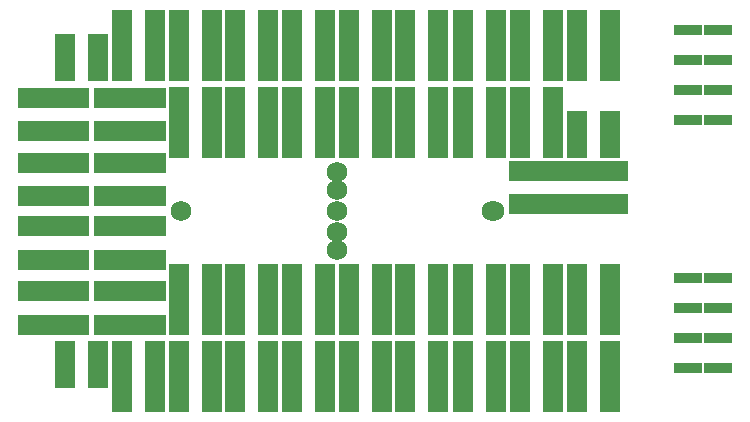
<source format=gts>
G04*
G04 #@! TF.GenerationSoftware,Altium Limited,Altium Designer,18.1.7 (191)*
G04*
G04 Layer_Color=8388736*
%FSLAX44Y44*%
%MOMM*%
G71*
G01*
G75*
%ADD15R,1.8032X2.0032*%
%ADD16R,2.0032X1.8032*%
%ADD17R,2.4932X0.9632*%
%ADD18C,1.7272*%
D15*
X-86000Y55000D02*
D03*
X-58000D02*
D03*
X-10000Y75000D02*
D03*
X-38000D02*
D03*
X231000Y-120000D02*
D03*
X203000D02*
D03*
X231000Y-140000D02*
D03*
X203000D02*
D03*
X231000Y-160000D02*
D03*
X203000D02*
D03*
X183000Y-55000D02*
D03*
X155000D02*
D03*
X183000Y-75000D02*
D03*
X155000D02*
D03*
X183000Y-95000D02*
D03*
X155000D02*
D03*
X231000Y-55000D02*
D03*
X203000D02*
D03*
X231000Y-75000D02*
D03*
X203000D02*
D03*
X231001Y-95002D02*
D03*
X203001D02*
D03*
X231000Y75000D02*
D03*
X203000D02*
D03*
X231000Y54998D02*
D03*
X203000D02*
D03*
X155000Y55000D02*
D03*
X183000D02*
D03*
X155000Y75000D02*
D03*
X183000D02*
D03*
X155000Y95000D02*
D03*
X183000D02*
D03*
X135000Y-55000D02*
D03*
X107000D02*
D03*
X135000Y-75000D02*
D03*
X107000D02*
D03*
X135000Y-95000D02*
D03*
X107000D02*
D03*
X86000Y-55000D02*
D03*
X58000D02*
D03*
X86000Y-75000D02*
D03*
X58000D02*
D03*
X86000Y-95000D02*
D03*
X58000D02*
D03*
X38000Y-55000D02*
D03*
X10000D02*
D03*
X38000Y-75000D02*
D03*
X10000D02*
D03*
X38001Y-95003D02*
D03*
X10001D02*
D03*
X-10000Y-55000D02*
D03*
X-38000D02*
D03*
X-10000Y-75000D02*
D03*
X-38000D02*
D03*
X-9999Y-95002D02*
D03*
X-37999D02*
D03*
X-58000Y-55000D02*
D03*
X-86000D02*
D03*
X-58000Y-75000D02*
D03*
X-86000D02*
D03*
X-57999Y-95002D02*
D03*
X-85999D02*
D03*
X-106000Y-55000D02*
D03*
X-134000D02*
D03*
X-106000Y-75000D02*
D03*
X-134000D02*
D03*
X-105999Y-95002D02*
D03*
X-133999D02*
D03*
X-106000Y95000D02*
D03*
X-134000D02*
D03*
X-106000Y75000D02*
D03*
X-134000D02*
D03*
X-105999Y54999D02*
D03*
X-133999D02*
D03*
X-58000Y95000D02*
D03*
X-86000D02*
D03*
X-58000Y75000D02*
D03*
X-86000D02*
D03*
X-10000Y95000D02*
D03*
X-38000D02*
D03*
X-10000Y55000D02*
D03*
X-38000D02*
D03*
X38000Y95000D02*
D03*
X10000D02*
D03*
X38000Y75000D02*
D03*
X10000D02*
D03*
X38000Y55000D02*
D03*
X10000D02*
D03*
X86000Y95000D02*
D03*
X58000D02*
D03*
X86000Y75000D02*
D03*
X58000D02*
D03*
X86000Y55000D02*
D03*
X58000D02*
D03*
X135000Y95000D02*
D03*
X107000D02*
D03*
X135000Y75000D02*
D03*
X107000D02*
D03*
X135001Y54998D02*
D03*
X107001D02*
D03*
X183000Y-120000D02*
D03*
X155000D02*
D03*
X183000Y-140000D02*
D03*
X155000D02*
D03*
X183001Y-160001D02*
D03*
X155001D02*
D03*
X135000Y-120000D02*
D03*
X107000D02*
D03*
X135000Y-140000D02*
D03*
X107000D02*
D03*
X135001Y-160002D02*
D03*
X107001D02*
D03*
X86000Y-120000D02*
D03*
X58000D02*
D03*
X86000Y-140000D02*
D03*
X58000D02*
D03*
X86000Y-160000D02*
D03*
X58000D02*
D03*
X38000Y-120000D02*
D03*
X10000D02*
D03*
X38000Y-140000D02*
D03*
X10000D02*
D03*
X38001Y-160002D02*
D03*
X10001D02*
D03*
X-10000Y-120000D02*
D03*
X-38000D02*
D03*
X-10000Y-140000D02*
D03*
X-38000D02*
D03*
X-10000Y-160000D02*
D03*
X-38000D02*
D03*
X-58000Y-120000D02*
D03*
X-86000D02*
D03*
X-58000Y-140000D02*
D03*
X-86000D02*
D03*
X-58000Y-160000D02*
D03*
X-86000D02*
D03*
X-106000Y-120000D02*
D03*
X-134000D02*
D03*
X-106000Y-140000D02*
D03*
X-134000D02*
D03*
X-106000Y-160000D02*
D03*
X-134000D02*
D03*
X-154000Y-120000D02*
D03*
X-182000D02*
D03*
X-154000Y-140000D02*
D03*
X-182000D02*
D03*
X-154000Y-160000D02*
D03*
X-182000D02*
D03*
X-202000Y-120000D02*
D03*
X-230000D02*
D03*
X-202000Y-140000D02*
D03*
X-230000D02*
D03*
X-10000Y120000D02*
D03*
X-38000D02*
D03*
X-154001Y160002D02*
D03*
X-182001D02*
D03*
X-154000Y140000D02*
D03*
X-182000D02*
D03*
X-58000Y120000D02*
D03*
X-86000D02*
D03*
X-202000Y140000D02*
D03*
X-230000D02*
D03*
X38000Y120000D02*
D03*
X10000D02*
D03*
X-106000Y160000D02*
D03*
X-134000D02*
D03*
X-106000Y140000D02*
D03*
X-134000D02*
D03*
X86000Y120000D02*
D03*
X58000D02*
D03*
X-58000Y160000D02*
D03*
X-86000D02*
D03*
X-58000Y140000D02*
D03*
X-86000D02*
D03*
X38000Y160000D02*
D03*
X10000D02*
D03*
X38000Y140000D02*
D03*
X10000D02*
D03*
X183000Y120000D02*
D03*
X155000D02*
D03*
X-10000Y140000D02*
D03*
X-38000D02*
D03*
X135000Y120000D02*
D03*
X107000D02*
D03*
X-10000Y160000D02*
D03*
X-38000D02*
D03*
X86000Y140000D02*
D03*
X58000D02*
D03*
X-106000Y120000D02*
D03*
X-134000D02*
D03*
X135000Y160000D02*
D03*
X107000D02*
D03*
X135000Y140000D02*
D03*
X107000D02*
D03*
X86000Y160000D02*
D03*
X58000D02*
D03*
X231000Y120000D02*
D03*
X203000D02*
D03*
X-154000D02*
D03*
X-182000D02*
D03*
X183000Y160000D02*
D03*
X155000D02*
D03*
X-202000Y120000D02*
D03*
X-230000D02*
D03*
X183000Y140000D02*
D03*
X155000D02*
D03*
X231000Y160002D02*
D03*
X203000D02*
D03*
X231000Y140000D02*
D03*
X203000D02*
D03*
D16*
X196000Y6000D02*
D03*
Y34000D02*
D03*
X176000Y6000D02*
D03*
Y34000D02*
D03*
X156000Y6000D02*
D03*
Y34000D02*
D03*
X-155000Y-96000D02*
D03*
Y-68000D02*
D03*
X-175000Y-96000D02*
D03*
Y-68000D02*
D03*
X-195002Y-96001D02*
D03*
Y-68001D02*
D03*
X-155000Y68000D02*
D03*
Y96000D02*
D03*
X-175000Y68000D02*
D03*
Y96000D02*
D03*
X-195002Y67999D02*
D03*
Y95999D02*
D03*
X-155000Y-41000D02*
D03*
Y-13000D02*
D03*
X-175000Y-41000D02*
D03*
Y-13000D02*
D03*
X-195001Y-41001D02*
D03*
Y-13001D02*
D03*
X-155000Y13000D02*
D03*
Y41000D02*
D03*
X-175000Y13000D02*
D03*
Y41000D02*
D03*
X-195000Y13000D02*
D03*
Y41000D02*
D03*
X216000Y34000D02*
D03*
Y6000D02*
D03*
X-220000Y-41000D02*
D03*
Y-13000D02*
D03*
X-240000Y-41000D02*
D03*
Y-13000D02*
D03*
X-260000Y-41000D02*
D03*
Y-13000D02*
D03*
X-220000Y13000D02*
D03*
Y41000D02*
D03*
X-240000Y13000D02*
D03*
Y41000D02*
D03*
X-260000Y13000D02*
D03*
Y41000D02*
D03*
X-220000Y-96000D02*
D03*
Y-68000D02*
D03*
X-240000Y-96000D02*
D03*
Y-68000D02*
D03*
X-260000Y-96000D02*
D03*
Y-68000D02*
D03*
Y68000D02*
D03*
Y96000D02*
D03*
X-240000Y68000D02*
D03*
Y96000D02*
D03*
X-220000Y68000D02*
D03*
Y96000D02*
D03*
X236000Y34000D02*
D03*
Y6000D02*
D03*
D17*
X297300Y153100D02*
D03*
X322700D02*
D03*
X297300Y127700D02*
D03*
X322700D02*
D03*
X297300Y102300D02*
D03*
X322700D02*
D03*
X297300Y76900D02*
D03*
X322700D02*
D03*
Y-133100D02*
D03*
X297300D02*
D03*
X322700Y-107700D02*
D03*
X297300D02*
D03*
X322700Y-82300D02*
D03*
X297300D02*
D03*
X322700Y-56900D02*
D03*
X297300D02*
D03*
D18*
X133000Y0D02*
D03*
X0Y33000D02*
D03*
Y18000D02*
D03*
Y-18000D02*
D03*
Y-33000D02*
D03*
X131500Y-0D02*
D03*
X0Y0D02*
D03*
X-132000D02*
D03*
M02*

</source>
